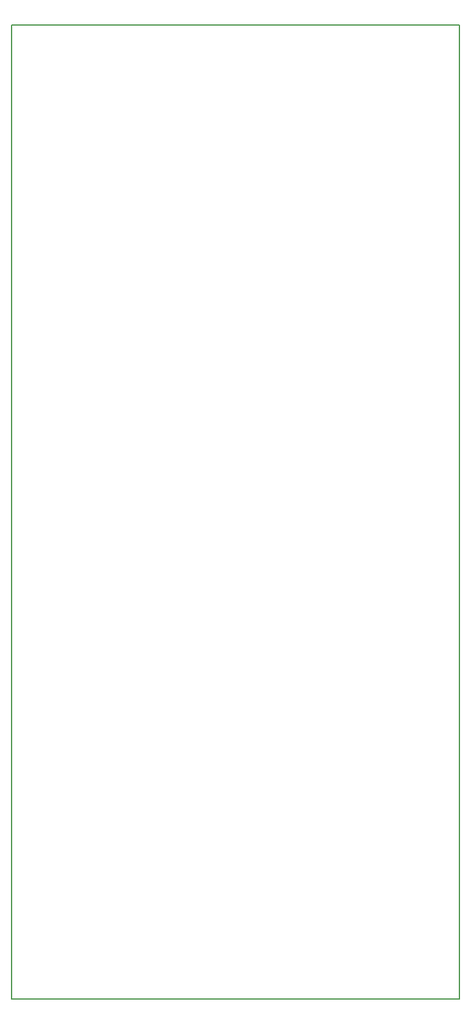
<source format=gbr>
%TF.GenerationSoftware,Novarm,DipTrace,3.3.1.3*%
%TF.CreationDate,2020-09-22T12:03:00+00:00*%
%FSLAX35Y35*%
%MOMM*%
%TF.FileFunction,Profile*%
%TF.Part,Single*%
%ADD11C,0.14*%
G75*
G01*
%LPD*%
X0Y13525500D2*
D11*
X6223000D1*
Y0D1*
X0D1*
Y13525500D1*
M02*

</source>
